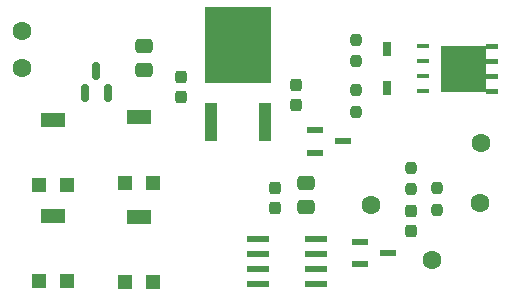
<source format=gbr>
%TF.GenerationSoftware,KiCad,Pcbnew,7.0.7*%
%TF.CreationDate,2023-11-19T15:36:35+03:00*%
%TF.ProjectId,Main_PCB_002,4d61696e-5f50-4434-925f-3030322e6b69,rev?*%
%TF.SameCoordinates,Original*%
%TF.FileFunction,Soldermask,Top*%
%TF.FilePolarity,Negative*%
%FSLAX46Y46*%
G04 Gerber Fmt 4.6, Leading zero omitted, Abs format (unit mm)*
G04 Created by KiCad (PCBNEW 7.0.7) date 2023-11-19 15:36:35*
%MOMM*%
%LPD*%
G01*
G04 APERTURE LIST*
G04 Aperture macros list*
%AMRoundRect*
0 Rectangle with rounded corners*
0 $1 Rounding radius*
0 $2 $3 $4 $5 $6 $7 $8 $9 X,Y pos of 4 corners*
0 Add a 4 corners polygon primitive as box body*
4,1,4,$2,$3,$4,$5,$6,$7,$8,$9,$2,$3,0*
0 Add four circle primitives for the rounded corners*
1,1,$1+$1,$2,$3*
1,1,$1+$1,$4,$5*
1,1,$1+$1,$6,$7*
1,1,$1+$1,$8,$9*
0 Add four rect primitives between the rounded corners*
20,1,$1+$1,$2,$3,$4,$5,0*
20,1,$1+$1,$4,$5,$6,$7,0*
20,1,$1+$1,$6,$7,$8,$9,0*
20,1,$1+$1,$8,$9,$2,$3,0*%
G04 Aperture macros list end*
%ADD10C,1.600000*%
%ADD11R,1.117600X3.302000*%
%ADD12R,5.689600X6.400800*%
%ADD13RoundRect,0.237500X0.237500X-0.300000X0.237500X0.300000X-0.237500X0.300000X-0.237500X-0.300000X0*%
%ADD14RoundRect,0.237500X-0.237500X0.250000X-0.237500X-0.250000X0.237500X-0.250000X0.237500X0.250000X0*%
%ADD15R,1.295400X1.295400*%
%ADD16R,2.006600X1.295400*%
%ADD17RoundRect,0.250000X0.475000X-0.337500X0.475000X0.337500X-0.475000X0.337500X-0.475000X-0.337500X0*%
%ADD18R,1.320800X0.558800*%
%ADD19R,1.981200X0.558800*%
%ADD20RoundRect,0.237500X-0.237500X0.300000X-0.237500X-0.300000X0.237500X-0.300000X0.237500X0.300000X0*%
%ADD21RoundRect,0.237500X0.237500X-0.287500X0.237500X0.287500X-0.237500X0.287500X-0.237500X-0.287500X0*%
%ADD22RoundRect,0.237500X0.237500X-0.250000X0.237500X0.250000X-0.237500X0.250000X-0.237500X-0.250000X0*%
%ADD23R,1.016000X0.406400*%
%ADD24R,0.762000X1.219200*%
%ADD25RoundRect,0.150000X0.150000X-0.587500X0.150000X0.587500X-0.150000X0.587500X-0.150000X-0.587500X0*%
G04 APERTURE END LIST*
%TO.C,U12*%
G36*
X167182800Y-100228400D02*
G01*
X166166800Y-100228400D01*
X166166800Y-101092000D01*
X167182800Y-101092000D01*
X167182800Y-101498400D01*
X166166800Y-101498400D01*
X166166800Y-102362000D01*
X167182800Y-102362000D01*
X167182800Y-102768400D01*
X166166800Y-102768400D01*
X166166800Y-103632000D01*
X167182800Y-103632000D01*
X167182800Y-104038400D01*
X166166800Y-104038400D01*
X166166800Y-103886000D01*
X162331400Y-103886000D01*
X162331400Y-99974400D01*
X166166800Y-99974400D01*
X166166800Y-99822000D01*
X167182800Y-99822000D01*
X167182800Y-100228400D01*
G37*
%TD*%
D10*
%TO.C,D1*%
X165608000Y-113284000D03*
%TD*%
D11*
%TO.C,U8*%
X142875000Y-106438700D03*
D12*
X145161000Y-99885500D03*
D11*
X147447000Y-106438700D03*
%TD*%
D13*
%TO.C,C24*%
X148259800Y-113693200D03*
X148259800Y-111968200D03*
%TD*%
D14*
%TO.C,R24*%
X155168600Y-99442900D03*
X155168600Y-101267900D03*
%TD*%
D15*
%TO.C,R18*%
X130632200Y-111760000D03*
D16*
X129463800Y-106222800D03*
D15*
X128295400Y-111760000D03*
%TD*%
D17*
%TO.C,C23*%
X137185400Y-102027900D03*
X137185400Y-99952900D03*
%TD*%
D14*
%TO.C,R22*%
X155143200Y-103710100D03*
X155143200Y-105535100D03*
%TD*%
D18*
%TO.C,U13*%
X151663400Y-107111800D03*
X151663400Y-109016800D03*
X154051000Y-108064300D03*
%TD*%
D15*
%TO.C,R19*%
X130632200Y-119888000D03*
D16*
X129463800Y-114350800D03*
D15*
X128295400Y-119888000D03*
%TD*%
D19*
%TO.C,U7*%
X151765000Y-120142000D03*
X151765000Y-118872000D03*
X151765000Y-117602000D03*
X151765000Y-116332000D03*
X146837400Y-116332000D03*
X146837400Y-117602000D03*
X146837400Y-118872000D03*
X146837400Y-120142000D03*
%TD*%
D20*
%TO.C,C22*%
X140284200Y-102592800D03*
X140284200Y-104317800D03*
%TD*%
D10*
%TO.C,D22*%
X126873000Y-98704400D03*
%TD*%
D17*
%TO.C,C25*%
X150926800Y-113639600D03*
X150926800Y-111564600D03*
%TD*%
D15*
%TO.C,R20*%
X137922000Y-119989600D03*
D16*
X136753600Y-114452400D03*
D15*
X135585200Y-119989600D03*
%TD*%
D21*
%TO.C,D21*%
X159791400Y-115669000D03*
X159791400Y-113919000D03*
%TD*%
D22*
%TO.C,R23*%
X159791400Y-112123200D03*
X159791400Y-110298200D03*
%TD*%
D10*
%TO.C,D25*%
X156438600Y-113487200D03*
%TD*%
D18*
%TO.C,U14*%
X155448000Y-116560600D03*
X155448000Y-118465600D03*
X157835600Y-117513100D03*
%TD*%
D22*
%TO.C,R25*%
X162026600Y-113872000D03*
X162026600Y-112047000D03*
%TD*%
D23*
%TO.C,U12*%
X160832800Y-100025200D03*
X160832800Y-101295200D03*
X160832800Y-102565200D03*
X160832800Y-103835200D03*
X166674800Y-103835200D03*
X166674800Y-102565200D03*
X166674800Y-101295200D03*
X166674800Y-100025200D03*
%TD*%
D15*
%TO.C,R21*%
X137922000Y-111556800D03*
D16*
X136753600Y-106019600D03*
D15*
X135585200Y-111556800D03*
%TD*%
D24*
%TO.C,U11*%
X157734000Y-103581200D03*
X157734000Y-100228400D03*
%TD*%
D13*
%TO.C,C21*%
X150063200Y-105003600D03*
X150063200Y-103278600D03*
%TD*%
D10*
%TO.C,D26*%
X161569400Y-118110000D03*
%TD*%
%TO.C,D24*%
X165709600Y-108178600D03*
%TD*%
D25*
%TO.C,D20*%
X132212000Y-103962200D03*
X134112000Y-103962200D03*
X133162000Y-102087200D03*
%TD*%
D10*
%TO.C,D23*%
X126822200Y-101879400D03*
%TD*%
M02*

</source>
